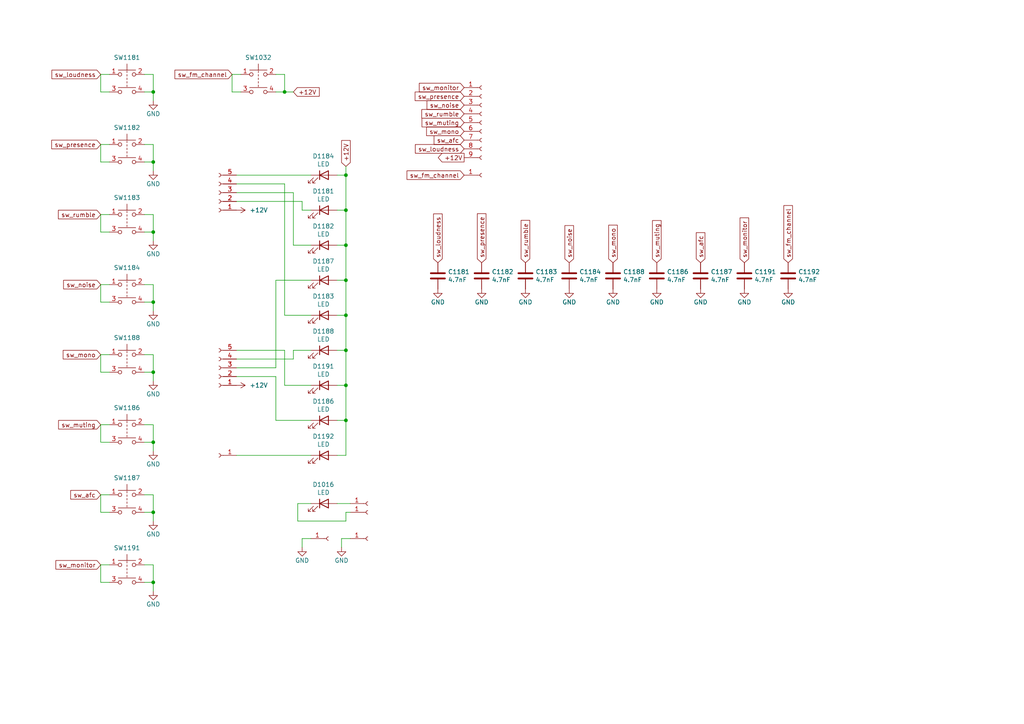
<source format=kicad_sch>
(kicad_sch (version 20211123) (generator eeschema)
  (paper "A4")
  (lib_symbols
    (symbol "Connector:Conn_01x01_Female" (pin_names (offset 1.016) hide)
      (property "Reference" "J" (at 0 2.54 0))
      (property "Value" "Conn_01x01_Female" (at 0 -2.54 0))
      (symbol "Conn_01x01_Female_1_1"
        (polyline (pts (xy -1.27 0) (xy -0.508 0)) (stroke (width 0.1524)))
        (arc (start 0 0.508) (mid -0.508 0) (end 0 -0.508) (stroke (width 0.1524)))
        (pin passive line (at -5.08 0 0) (length 3.81) (name "Pin_1") (number "1"))
      )
    )
    (symbol "Connector:Conn_01x05_Female" (pin_names (offset 1.016) hide)
      (property "Reference" "J" (at 0 7.62 0))
      (property "Value" "Conn_01x05_Female" (at 0 -7.62 0))
      (symbol "Conn_01x05_Female_1_1"
        (arc (start 0 -4.572) (mid -0.508 -5.08) (end 0 -5.588) (stroke (width 0.1524)))
        (arc (start 0 -2.032) (mid -0.508 -2.54) (end 0 -3.048) (stroke (width 0.1524)))
        (polyline (pts (xy -1.27 -5.08) (xy -0.508 -5.08)) (stroke (width 0.1524)))
        (polyline (pts (xy -1.27 -2.54) (xy -0.508 -2.54)) (stroke (width 0.1524)))
        (polyline (pts (xy -1.27 0) (xy -0.508 0)) (stroke (width 0.1524)))
        (polyline (pts (xy -1.27 2.54) (xy -0.508 2.54)) (stroke (width 0.1524)))
        (polyline (pts (xy -1.27 5.08) (xy -0.508 5.08)) (stroke (width 0.1524)))
        (arc (start 0 0.508) (mid -0.508 0) (end 0 -0.508) (stroke (width 0.1524)))
        (arc (start 0 3.048) (mid -0.508 2.54) (end 0 2.032) (stroke (width 0.1524)))
        (arc (start 0 5.588) (mid -0.508 5.08) (end 0 4.572) (stroke (width 0.1524)))
        (pin passive line (at -5.08 5.08 0) (length 3.81) (name "Pin_1") (number "1"))
        (pin passive line (at -5.08 2.54 0) (length 3.81) (name "Pin_2") (number "2"))
        (pin passive line (at -5.08 0 0) (length 3.81) (name "Pin_3") (number "3"))
        (pin passive line (at -5.08 -2.54 0) (length 3.81) (name "Pin_4") (number "4"))
        (pin passive line (at -5.08 -5.08 0) (length 3.81) (name "Pin_5") (number "5"))
      )
    )
    (symbol "Connector:Conn_01x09_Female" (pin_names (offset 1.016) hide)
      (property "Reference" "J" (at 0 12.7 0))
      (property "Value" "Conn_01x09_Female" (at 0 -12.7 0))
      (symbol "Conn_01x09_Female_1_1"
        (arc (start 0 -9.652) (mid -0.508 -10.16) (end 0 -10.668) (stroke (width 0.1524)))
        (arc (start 0 -7.112) (mid -0.508 -7.62) (end 0 -8.128) (stroke (width 0.1524)))
        (arc (start 0 -4.572) (mid -0.508 -5.08) (end 0 -5.588) (stroke (width 0.1524)))
        (arc (start 0 -2.032) (mid -0.508 -2.54) (end 0 -3.048) (stroke (width 0.1524)))
        (polyline (pts (xy -1.27 -10.16) (xy -0.508 -10.16)) (stroke (width 0.1524)))
        (polyline (pts (xy -1.27 -7.62) (xy -0.508 -7.62)) (stroke (width 0.1524)))
        (polyline (pts (xy -1.27 -5.08) (xy -0.508 -5.08)) (stroke (width 0.1524)))
        (polyline (pts (xy -1.27 -2.54) (xy -0.508 -2.54)) (stroke (width 0.1524)))
        (polyline (pts (xy -1.27 0) (xy -0.508 0)) (stroke (width 0.1524)))
        (polyline (pts (xy -1.27 2.54) (xy -0.508 2.54)) (stroke (width 0.1524)))
        (polyline (pts (xy -1.27 5.08) (xy -0.508 5.08)) (stroke (width 0.1524)))
        (polyline (pts (xy -1.27 7.62) (xy -0.508 7.62)) (stroke (width 0.1524)))
        (polyline (pts (xy -1.27 10.16) (xy -0.508 10.16)) (stroke (width 0.1524)))
        (arc (start 0 0.508) (mid -0.508 0) (end 0 -0.508) (stroke (width 0.1524)))
        (arc (start 0 3.048) (mid -0.508 2.54) (end 0 2.032) (stroke (width 0.1524)))
        (arc (start 0 5.588) (mid -0.508 5.08) (end 0 4.572) (stroke (width 0.1524)))
        (arc (start 0 8.128) (mid -0.508 7.62) (end 0 7.112) (stroke (width 0.1524)))
        (arc (start 0 10.668) (mid -0.508 10.16) (end 0 9.652) (stroke (width 0.1524)))
        (pin passive line (at -5.08 10.16 0) (length 3.81) (name "Pin_1") (number "1"))
        (pin passive line (at -5.08 7.62 0) (length 3.81) (name "Pin_2") (number "2"))
        (pin passive line (at -5.08 5.08 0) (length 3.81) (name "Pin_3") (number "3"))
        (pin passive line (at -5.08 2.54 0) (length 3.81) (name "Pin_4") (number "4"))
        (pin passive line (at -5.08 0 0) (length 3.81) (name "Pin_5") (number "5"))
        (pin passive line (at -5.08 -2.54 0) (length 3.81) (name "Pin_6") (number "6"))
        (pin passive line (at -5.08 -5.08 0) (length 3.81) (name "Pin_7") (number "7"))
        (pin passive line (at -5.08 -7.62 0) (length 3.81) (name "Pin_8") (number "8"))
        (pin passive line (at -5.08 -10.16 0) (length 3.81) (name "Pin_9") (number "9"))
      )
    )
    (symbol "Device:C" (pin_numbers hide) (pin_names (offset 0.254))
      (property "Reference" "C" (at 0.635 2.54 0))
      (property "Value" "C" (at 0.635 -2.54 0))
      (symbol "C_0_1"
        (polyline (pts (xy -2.032 -0.762) (xy 2.032 -0.762)) (stroke (width 0.508)))
        (polyline (pts (xy -2.032 0.762) (xy 2.032 0.762)) (stroke (width 0.508)))
      )
      (symbol "C_1_1"
        (pin passive line (at 0 3.81 270) (length 2.794) (name "~") (number "1"))
        (pin passive line (at 0 -3.81 90) (length 2.794) (name "~") (number "2"))
      )
    )
    (symbol "Device:LED" (pin_numbers hide) (pin_names (offset 1.016) hide)
      (property "Reference" "D" (at 0 2.54 0))
      (property "Value" "LED" (at 0 -2.54 0))
      (symbol "LED_0_1"
        (polyline (pts (xy -1.27 -1.27) (xy -1.27 1.27)) (stroke (width 0.254)))
        (polyline (pts (xy -1.27 0) (xy 1.27 0)))
        (polyline (pts (xy 1.27 -1.27) (xy 1.27 1.27) (xy -1.27 0) (xy 1.27 -1.27)) (stroke (width 0.254)))
        (polyline (pts (xy -3.048 -0.762) (xy -4.572 -2.286) (xy -3.81 -2.286) (xy -4.572 -2.286) (xy -4.572 -1.524)))
        (polyline (pts (xy -1.778 -0.762) (xy -3.302 -2.286) (xy -2.54 -2.286) (xy -3.302 -2.286) (xy -3.302 -1.524)))
      )
      (symbol "LED_1_1"
        (pin passive line (at -3.81 0 0) (length 2.54) (name "K") (number "1"))
        (pin passive line (at 3.81 0 180) (length 2.54) (name "A") (number "2"))
      )
    )
    (symbol "Switch:SW_Push_Dual" (pin_names (offset 1.016) hide)
      (property "Reference" "SW" (at 1.27 2.54 0))
      (property "Value" "SW_Push_Dual" (at 0 -6.858 0))
      (symbol "SW_Push_Dual_0_1"
        (circle (center -2.032 -5.08) (radius 0.508))
        (circle (center -2.032 0) (radius 0.508))
        (polyline (pts (xy 0 -3.048) (xy 0 -3.556)))
        (polyline (pts (xy 0 -2.032) (xy 0 -2.54)))
        (polyline (pts (xy 0 -1.524) (xy 0 -1.016)))
        (polyline (pts (xy 0 -0.508) (xy 0 0)))
        (polyline (pts (xy 0 0.508) (xy 0 1.016)))
        (polyline (pts (xy 0 1.27) (xy 0 3.048)))
        (polyline (pts (xy 2.54 -3.81) (xy -2.54 -3.81)))
        (polyline (pts (xy 2.54 1.27) (xy -2.54 1.27)))
        (circle (center 2.032 -5.08) (radius 0.508))
        (circle (center 2.032 0) (radius 0.508))
        (pin passive line (at -5.08 0 0) (length 2.54) (name "1") (number "1"))
        (pin passive line (at 5.08 0 180) (length 2.54) (name "2") (number "2"))
        (pin passive line (at -5.08 -5.08 0) (length 2.54) (name "3") (number "3"))
        (pin passive line (at 5.08 -5.08 180) (length 2.54) (name "4") (number "4"))
      )
    )
    (symbol "power:+12V" (power) (pin_names (offset 0))
      (property "Value" "+12V" (at 0 3.556 0))
      (symbol "+12V_0_1"
        (polyline (pts (xy -0.762 1.27) (xy 0 2.54)))
        (polyline (pts (xy 0 0) (xy 0 2.54)))
        (polyline (pts (xy 0 2.54) (xy 0.762 1.27)))
      )
      (symbol "+12V_1_1"
        (pin power_in line (at 0 0 90) (length 0) hide (name "+12V") (number "1"))
      )
    )
    (symbol "power:GND" (power) (pin_names (offset 0))
      (property "Value" "GND" (at 0 -3.81 0))
      (symbol "GND_0_1"
        (polyline (pts (xy 0 0) (xy 0 -1.27) (xy 1.27 -1.27) (xy 0 -2.54) (xy -1.27 -1.27) (xy 0 -1.27)))
      )
      (symbol "GND_1_1"
        (pin power_in line (at 0 0 270) (length 0) hide (name "GND") (number "1"))
      )
    )
  )
  (junction (at 44.45 148.59))
  (junction (at 100.33 60.96))
  (junction (at 100.33 71.12))
  (junction (at 100.33 111.76))
  (junction (at 44.45 46.99))
  (junction (at 82.55 26.67))
  (junction (at 44.45 67.31))
  (junction (at 44.45 107.95))
  (junction (at 100.33 121.92))
  (junction (at 44.45 87.63))
  (junction (at 100.33 50.8))
  (junction (at 100.33 91.44))
  (junction (at 100.33 101.6))
  (junction (at 44.45 168.91))
  (junction (at 100.33 81.28))
  (junction (at 44.45 128.27))
  (junction (at 44.45 26.67))
  (wire (pts (xy 29.21 41.91) (xy 29.21 46.99)))
  (wire (pts (xy 44.45 168.91) (xy 41.91 168.91)))
  (wire (pts (xy 44.45 148.59) (xy 41.91 148.59)))
  (wire (pts (xy 29.21 82.55) (xy 29.21 87.63)))
  (wire (pts (xy 41.91 21.59) (xy 44.45 21.59)))
  (wire (pts (xy 31.75 143.51) (xy 29.21 143.51)))
  (wire (pts (xy 97.79 146.05) (xy 101.6 146.05)))
  (wire (pts (xy 90.17 50.8) (xy 68.58 50.8)))
  (wire (pts (xy 31.75 82.55) (xy 29.21 82.55)))
  (wire (pts (xy 85.09 71.12) (xy 90.17 71.12)))
  (wire (pts (xy 97.79 71.12) (xy 100.33 71.12)))
  (wire (pts (xy 44.45 49.53) (xy 44.45 46.99)))
  (wire (pts (xy 85.09 101.6) (xy 90.17 101.6)))
  (wire (pts (xy 100.33 121.92) (xy 100.33 132.08)))
  (wire (pts (xy 82.55 26.67) (xy 80.01 26.67)))
  (wire (pts (xy 82.55 53.34) (xy 82.55 91.44)))
  (wire (pts (xy 44.45 21.59) (xy 44.45 26.67)))
  (wire (pts (xy 100.33 81.28) (xy 100.33 91.44)))
  (wire (pts (xy 44.45 87.63) (xy 41.91 87.63)))
  (wire (pts (xy 44.45 62.23) (xy 44.45 67.31)))
  (wire (pts (xy 41.91 41.91) (xy 44.45 41.91)))
  (wire (pts (xy 100.33 60.96) (xy 100.33 71.12)))
  (wire (pts (xy 85.09 55.88) (xy 85.09 71.12)))
  (wire (pts (xy 82.55 21.59) (xy 82.55 26.67)))
  (wire (pts (xy 100.33 151.13) (xy 100.33 148.59)))
  (wire (pts (xy 29.21 67.31) (xy 31.75 67.31)))
  (wire (pts (xy 29.21 123.19) (xy 29.21 128.27)))
  (wire (pts (xy 41.91 62.23) (xy 44.45 62.23)))
  (wire (pts (xy 31.75 102.87) (xy 29.21 102.87)))
  (wire (pts (xy 44.45 107.95) (xy 41.91 107.95)))
  (wire (pts (xy 90.17 132.08) (xy 68.58 132.08)))
  (wire (pts (xy 68.58 58.42) (xy 87.63 58.42)))
  (wire (pts (xy 87.63 60.96) (xy 90.17 60.96)))
  (wire (pts (xy 90.17 146.05) (xy 86.36 146.05)))
  (wire (pts (xy 41.91 123.19) (xy 44.45 123.19)))
  (wire (pts (xy 80.01 121.92) (xy 90.17 121.92)))
  (wire (pts (xy 44.45 67.31) (xy 41.91 67.31)))
  (wire (pts (xy 44.45 29.21) (xy 44.45 26.67)))
  (wire (pts (xy 90.17 156.21) (xy 87.63 156.21)))
  (wire (pts (xy 68.58 109.22) (xy 80.01 109.22)))
  (wire (pts (xy 87.63 58.42) (xy 87.63 60.96)))
  (wire (pts (xy 29.21 102.87) (xy 29.21 107.95)))
  (wire (pts (xy 44.45 41.91) (xy 44.45 46.99)))
  (wire (pts (xy 80.01 21.59) (xy 82.55 21.59)))
  (wire (pts (xy 100.33 111.76) (xy 100.33 121.92)))
  (wire (pts (xy 100.33 71.12) (xy 100.33 81.28)))
  (wire (pts (xy 100.33 148.59) (xy 101.6 148.59)))
  (wire (pts (xy 80.01 106.68) (xy 80.01 81.28)))
  (wire (pts (xy 44.45 82.55) (xy 44.45 87.63)))
  (wire (pts (xy 85.09 104.14) (xy 85.09 101.6)))
  (wire (pts (xy 44.45 143.51) (xy 44.45 148.59)))
  (wire (pts (xy 31.75 163.83) (xy 29.21 163.83)))
  (wire (pts (xy 69.85 21.59) (xy 67.31 21.59)))
  (wire (pts (xy 82.55 111.76) (xy 90.17 111.76)))
  (wire (pts (xy 44.45 110.49) (xy 44.45 107.95)))
  (wire (pts (xy 44.45 90.17) (xy 44.45 87.63)))
  (wire (pts (xy 68.58 104.14) (xy 85.09 104.14)))
  (wire (pts (xy 101.6 156.21) (xy 99.06 156.21)))
  (wire (pts (xy 41.91 163.83) (xy 44.45 163.83)))
  (wire (pts (xy 67.31 21.59) (xy 67.31 26.67)))
  (wire (pts (xy 97.79 60.96) (xy 100.33 60.96)))
  (wire (pts (xy 29.21 46.99) (xy 31.75 46.99)))
  (wire (pts (xy 67.31 26.67) (xy 69.85 26.67)))
  (wire (pts (xy 31.75 41.91) (xy 29.21 41.91)))
  (wire (pts (xy 29.21 87.63) (xy 31.75 87.63)))
  (wire (pts (xy 31.75 21.59) (xy 29.21 21.59)))
  (wire (pts (xy 29.21 148.59) (xy 31.75 148.59)))
  (wire (pts (xy 100.33 132.08) (xy 97.79 132.08)))
  (wire (pts (xy 44.45 171.45) (xy 44.45 168.91)))
  (wire (pts (xy 41.91 82.55) (xy 44.45 82.55)))
  (wire (pts (xy 80.01 81.28) (xy 90.17 81.28)))
  (wire (pts (xy 29.21 128.27) (xy 31.75 128.27)))
  (wire (pts (xy 68.58 55.88) (xy 85.09 55.88)))
  (wire (pts (xy 29.21 21.59) (xy 29.21 26.67)))
  (wire (pts (xy 44.45 163.83) (xy 44.45 168.91)))
  (wire (pts (xy 97.79 91.44) (xy 100.33 91.44)))
  (wire (pts (xy 100.33 101.6) (xy 100.33 111.76)))
  (wire (pts (xy 100.33 48.26) (xy 100.33 50.8)))
  (wire (pts (xy 29.21 107.95) (xy 31.75 107.95)))
  (wire (pts (xy 29.21 143.51) (xy 29.21 148.59)))
  (wire (pts (xy 82.55 91.44) (xy 90.17 91.44)))
  (wire (pts (xy 29.21 163.83) (xy 29.21 168.91)))
  (wire (pts (xy 87.63 156.21) (xy 87.63 158.75)))
  (wire (pts (xy 44.45 123.19) (xy 44.45 128.27)))
  (wire (pts (xy 85.09 26.67) (xy 82.55 26.67)))
  (wire (pts (xy 86.36 151.13) (xy 100.33 151.13)))
  (wire (pts (xy 100.33 91.44) (xy 100.33 101.6)))
  (wire (pts (xy 68.58 53.34) (xy 82.55 53.34)))
  (wire (pts (xy 68.58 106.68) (xy 80.01 106.68)))
  (wire (pts (xy 86.36 146.05) (xy 86.36 151.13)))
  (wire (pts (xy 44.45 128.27) (xy 41.91 128.27)))
  (wire (pts (xy 68.58 101.6) (xy 82.55 101.6)))
  (wire (pts (xy 41.91 102.87) (xy 44.45 102.87)))
  (wire (pts (xy 44.45 130.81) (xy 44.45 128.27)))
  (wire (pts (xy 29.21 26.67) (xy 31.75 26.67)))
  (wire (pts (xy 44.45 46.99) (xy 41.91 46.99)))
  (wire (pts (xy 29.21 62.23) (xy 29.21 67.31)))
  (wire (pts (xy 97.79 101.6) (xy 100.33 101.6)))
  (wire (pts (xy 80.01 109.22) (xy 80.01 121.92)))
  (wire (pts (xy 100.33 50.8) (xy 100.33 60.96)))
  (wire (pts (xy 44.45 69.85) (xy 44.45 67.31)))
  (wire (pts (xy 41.91 143.51) (xy 44.45 143.51)))
  (wire (pts (xy 99.06 156.21) (xy 99.06 158.75)))
  (wire (pts (xy 29.21 168.91) (xy 31.75 168.91)))
  (wire (pts (xy 97.79 111.76) (xy 100.33 111.76)))
  (wire (pts (xy 97.79 81.28) (xy 100.33 81.28)))
  (wire (pts (xy 44.45 102.87) (xy 44.45 107.95)))
  (wire (pts (xy 97.79 50.8) (xy 100.33 50.8)))
  (wire (pts (xy 97.79 121.92) (xy 100.33 121.92)))
  (wire (pts (xy 31.75 62.23) (xy 29.21 62.23)))
  (wire (pts (xy 44.45 151.13) (xy 44.45 148.59)))
  (wire (pts (xy 82.55 101.6) (xy 82.55 111.76)))
  (wire (pts (xy 31.75 123.19) (xy 29.21 123.19)))
  (wire (pts (xy 44.45 26.67) (xy 41.91 26.67)))
  (global_label "+12V" (shape input) (at 85.09 26.67 0) (property "Intersheet References" "${INTERSHEET_REFS}" (effects hide)))
  (global_label "sw_muting" (shape input) (at 134.62 35.56 180) (property "Intersheet References" "${INTERSHEET_REFS}" (effects hide)))
  (global_label "sw_monitor" (shape input) (at 215.9 76.2 90) (property "Intersheet References" "${INTERSHEET_REFS}" (effects hide)))
  (global_label "sw_afc" (shape input) (at 134.62 40.64 180) (property "Intersheet References" "${INTERSHEET_REFS}" (effects hide)))
  (global_label "sw_monitor" (shape input) (at 29.21 163.83 180) (property "Intersheet References" "${INTERSHEET_REFS}" (effects hide)))
  (global_label "sw_presence" (shape input) (at 29.21 41.91 180) (property "Intersheet References" "${INTERSHEET_REFS}" (effects hide)))
  (global_label "sw_loudness" (shape input) (at 29.21 21.59 180) (property "Intersheet References" "${INTERSHEET_REFS}" (effects hide)))
  (global_label "sw_fm_channel" (shape input) (at 228.6 76.2 90) (property "Intersheet References" "${INTERSHEET_REFS}" (effects hide)))
  (global_label "sw_afc" (shape input) (at 203.2 76.2 90) (property "Intersheet References" "${INTERSHEET_REFS}" (effects hide)))
  (global_label "sw_fm_channel" (shape input) (at 67.31 21.59 180) (property "Intersheet References" "${INTERSHEET_REFS}" (effects hide)))
  (global_label "sw_presence" (shape input) (at 134.62 27.94 180) (property "Intersheet References" "${INTERSHEET_REFS}" (effects hide)))
  (global_label "sw_noise" (shape input) (at 165.1 76.2 90) (property "Intersheet References" "${INTERSHEET_REFS}" (effects hide)))
  (global_label "sw_loudness" (shape input) (at 134.62 43.18 180) (property "Intersheet References" "${INTERSHEET_REFS}" (effects hide)))
  (global_label "sw_mono" (shape input) (at 134.62 38.1 180) (property "Intersheet References" "${INTERSHEET_REFS}" (effects hide)))
  (global_label "sw_muting" (shape input) (at 190.5 76.2 90) (property "Intersheet References" "${INTERSHEET_REFS}" (effects hide)))
  (global_label "+12V" (shape input) (at 100.33 48.26 90) (property "Intersheet References" "${INTERSHEET_REFS}" (effects hide)))
  (global_label "sw_noise" (shape input) (at 29.21 82.55 180) (property "Intersheet References" "${INTERSHEET_REFS}" (effects hide)))
  (global_label "sw_rumble" (shape input) (at 134.62 33.02 180) (property "Intersheet References" "${INTERSHEET_REFS}" (effects hide)))
  (global_label "sw_presence" (shape input) (at 139.7 76.2 90) (property "Intersheet References" "${INTERSHEET_REFS}" (effects hide)))
  (global_label "sw_rumble" (shape input) (at 29.21 62.23 180) (property "Intersheet References" "${INTERSHEET_REFS}" (effects hide)))
  (global_label "sw_mono" (shape input) (at 177.8 76.2 90) (property "Intersheet References" "${INTERSHEET_REFS}" (effects hide)))
  (global_label "sw_monitor" (shape input) (at 134.62 25.4 180) (property "Intersheet References" "${INTERSHEET_REFS}" (effects hide)))
  (global_label "sw_rumble" (shape input) (at 152.4 76.2 90) (property "Intersheet References" "${INTERSHEET_REFS}" (effects hide)))
  (global_label "sw_noise" (shape input) (at 134.62 30.48 180) (property "Intersheet References" "${INTERSHEET_REFS}" (effects hide)))
  (global_label "sw_mono" (shape input) (at 29.21 102.87 180) (property "Intersheet References" "${INTERSHEET_REFS}" (effects hide)))
  (global_label "sw_loudness" (shape input) (at 127 76.2 90) (property "Intersheet References" "${INTERSHEET_REFS}" (effects hide)))
  (global_label "sw_muting" (shape input) (at 29.21 123.19 180) (property "Intersheet References" "${INTERSHEET_REFS}" (effects hide)))
  (global_label "sw_fm_channel" (shape input) (at 134.62 50.8 180) (property "Intersheet References" "${INTERSHEET_REFS}" (effects hide)))
  (global_label "sw_afc" (shape input) (at 29.21 143.51 180) (property "Intersheet References" "${INTERSHEET_REFS}" (effects hide)))
  (global_label "+12V" (shape output) (at 134.62 45.72 180) (property "Intersheet References" "${INTERSHEET_REFS}" (effects hide)))
  (symbol (lib_id "Device:LED") (at 93.98 50.8 0) (unit 1)
    (property "Reference" "D1184" (at 93.8022 45.2882 0))
    (property "Value" "LED" (at 93.8022 47.5996 0))
    (property "Footprint" "LEDs:LED_D3.0mm" (effects hide))
  )
  (symbol (lib_id "Device:LED") (at 93.98 146.05 0) (unit 1)
    (property "Reference" "D1016" (at 93.8022 140.5382 0))
    (property "Value" "LED" (at 93.8022 142.8496 0))
    (property "Footprint" "LEDs:LED_D5.0mm" (effects hide))
  )
  (symbol (lib_id "Device:LED") (at 93.98 60.96 0) (unit 1)
    (property "Reference" "D1181" (at 93.8022 55.4482 0))
    (property "Value" "LED" (at 93.8022 57.7596 0))
    (property "Footprint" "LEDs:LED_D3.0mm" (effects hide))
  )
  (symbol (lib_id "Device:LED") (at 93.98 71.12 0) (unit 1)
    (property "Reference" "D1182" (at 93.8022 65.6082 0))
    (property "Value" "LED" (at 93.8022 67.9196 0))
    (property "Footprint" "LEDs:LED_D3.0mm" (effects hide))
  )
  (symbol (lib_id "Device:LED") (at 93.98 81.28 0) (unit 1)
    (property "Reference" "D1187" (at 93.8022 75.7682 0))
    (property "Value" "LED" (at 93.8022 78.0796 0))
    (property "Footprint" "LEDs:LED_D3.0mm" (effects hide))
  )
  (symbol (lib_id "Device:LED") (at 93.98 91.44 0) (unit 1)
    (property "Reference" "D1183" (at 93.8022 85.9282 0))
    (property "Value" "LED" (at 93.8022 88.2396 0))
    (property "Footprint" "LEDs:LED_D3.0mm" (effects hide))
  )
  (symbol (lib_id "Device:LED") (at 93.98 101.6 0) (unit 1)
    (property "Reference" "D1188" (at 93.8022 96.0882 0))
    (property "Value" "LED" (at 93.8022 98.3996 0))
    (property "Footprint" "LEDs:LED_D3.0mm" (effects hide))
  )
  (symbol (lib_id "Device:LED") (at 93.98 111.76 0) (unit 1)
    (property "Reference" "D1191" (at 93.8022 106.2482 0))
    (property "Value" "LED" (at 93.8022 108.5596 0))
    (property "Footprint" "LEDs:LED_D3.0mm" (effects hide))
  )
  (symbol (lib_id "Device:LED") (at 93.98 121.92 0) (unit 1)
    (property "Reference" "D1186" (at 93.8022 116.4082 0))
    (property "Value" "LED" (at 93.8022 118.7196 0))
    (property "Footprint" "LEDs:LED_D3.0mm" (effects hide))
  )
  (symbol (lib_id "Device:LED") (at 93.98 132.08 0) (unit 1)
    (property "Reference" "D1192" (at 93.8022 126.5682 0))
    (property "Value" "LED" (at 93.8022 128.8796 0))
    (property "Footprint" "LEDs:LED_D3.0mm" (effects hide))
  )
  (symbol (lib_id "Switch:SW_Push_Dual") (at 36.83 21.59 0) (unit 1)
    (property "Reference" "SW1181" (at 36.83 16.6878 0))
    (property "Value" "SW_Push_Dual" (effects hide))
    (property "Footprint" "Tipp-Tasten-Modul:SW_PUSH_DPDT" (effects hide))
  )
  (symbol (lib_id "Switch:SW_Push_Dual") (at 36.83 41.91 0) (unit 1)
    (property "Reference" "SW1182" (at 36.83 37.0078 0))
    (property "Value" "SW_Push_Dual" (effects hide))
    (property "Footprint" "Tipp-Tasten-Modul:SW_PUSH_DPDT" (effects hide))
  )
  (symbol (lib_id "Switch:SW_Push_Dual") (at 36.83 62.23 0) (unit 1)
    (property "Reference" "SW1183" (at 36.83 57.3278 0))
    (property "Value" "SW_Push_Dual" (effects hide))
    (property "Footprint" "Tipp-Tasten-Modul:SW_PUSH_DPDT" (effects hide))
  )
  (symbol (lib_id "Switch:SW_Push_Dual") (at 36.83 82.55 0) (unit 1)
    (property "Reference" "SW1184" (at 36.83 77.6478 0))
    (property "Value" "SW_Push_Dual" (effects hide))
    (property "Footprint" "Tipp-Tasten-Modul:SW_PUSH_DPDT" (effects hide))
  )
  (symbol (lib_id "Switch:SW_Push_Dual") (at 36.83 102.87 0) (unit 1)
    (property "Reference" "SW1188" (at 36.83 97.9678 0))
    (property "Value" "SW_Push_Dual" (effects hide))
    (property "Footprint" "Tipp-Tasten-Modul:SW_PUSH_DPDT" (effects hide))
  )
  (symbol (lib_id "Switch:SW_Push_Dual") (at 36.83 123.19 0) (unit 1)
    (property "Reference" "SW1186" (at 36.83 118.2878 0))
    (property "Value" "SW_Push_Dual" (effects hide))
    (property "Footprint" "Tipp-Tasten-Modul:SW_PUSH_DPDT" (effects hide))
  )
  (symbol (lib_id "Switch:SW_Push_Dual") (at 36.83 143.51 0) (unit 1)
    (property "Reference" "SW1187" (at 36.83 138.6078 0))
    (property "Value" "SW_Push_Dual" (effects hide))
    (property "Footprint" "Tipp-Tasten-Modul:SW_PUSH_DPDT" (effects hide))
  )
  (symbol (lib_id "Switch:SW_Push_Dual") (at 36.83 163.83 0) (unit 1)
    (property "Reference" "SW1191" (at 36.83 158.9278 0))
    (property "Value" "SW_Push_Dual" (effects hide))
    (property "Footprint" "Tipp-Tasten-Modul:SW_PUSH_DPDT" (effects hide))
  )
  (symbol (lib_id "Switch:SW_Push_Dual") (at 74.93 21.59 0) (unit 1)
    (property "Reference" "SW1032" (at 74.93 16.6878 0))
    (property "Value" "SW_Push_Dual" (effects hide))
    (property "Footprint" "saba_924x_tipp-tasten-modul:saba_92xx_push_button" (effects hide))
  )
  (symbol (lib_id "Connector:Conn_01x09_Female") (at 139.7 35.56 0) (unit 1)
    (property "Reference" "J1" (effects hide))
    (property "Value" "Conn_01x09_Female" (effects hide))
    (property "Footprint" "Tipp-Tasten-Modul:SolderWirePad_09_2.54mm" (effects hide))
  )
  (symbol (lib_id "Connector:Conn_01x05_Female") (at 63.5 106.68 180) (unit 1)
    (property "Reference" "J2" (effects hide))
    (property "Value" "Conn_01x05_Female" (effects hide))
    (property "Footprint" "Tipp-Tasten-Modul:SolderWirePad_05_2.54mm" (effects hide))
  )
  (symbol (lib_id "Connector:Conn_01x05_Female") (at 63.5 55.88 180) (unit 1)
    (property "Reference" "J3" (effects hide))
    (property "Value" "Conn_01x05_Female" (effects hide))
    (property "Footprint" "Tipp-Tasten-Modul:SolderWirePad_05_2.54mm" (effects hide))
  )
  (symbol (lib_id "power:+12V") (at 68.58 111.76 270) (unit 1)
    (property "Reference" "#PWR0102" (effects hide))
    (property "Value" "+12V" (at 72.39 111.76 90) (effects (justify left)))
  )
  (symbol (lib_id "power:+12V") (at 68.58 60.96 270) (unit 1)
    (property "Reference" "#PWR0103" (effects hide))
    (property "Value" "+12V" (at 72.39 60.96 90) (effects (justify left)))
  )
  (symbol (lib_id "power:GND") (at 87.63 158.75 0) (unit 1)
    (property "Reference" "#PWR0105" (effects hide))
    (property "Value" "GND" (at 87.63 162.56 0))
  )
  (symbol (lib_id "Connector:Conn_01x01_Female") (at 95.25 156.21 0) (unit 1)
    (property "Reference" "J6" (effects hide))
    (property "Value" "Conn_01x01_Female" (effects hide))
    (property "Footprint" "Wire_Pads:SolderWirePad_single_1-5mmDrill" (effects hide))
  )
  (symbol (lib_id "power:GND") (at 44.45 110.49 0) (unit 1)
    (property "Reference" "#PWR0106" (effects hide))
    (property "Value" "GND" (at 44.45 114.3 0))
  )
  (symbol (lib_id "Connector:Conn_01x01_Female") (at 106.68 156.21 0) (unit 1)
    (property "Reference" "J9" (effects hide))
    (property "Value" "Conn_01x01_Female" (effects hide))
    (property "Footprint" "Wire_Pads:SolderWirePad_single_1-5mmDrill" (effects hide))
  )
  (symbol (lib_id "power:GND") (at 99.06 158.75 0) (unit 1)
    (property "Reference" "#PWR0108" (effects hide))
    (property "Value" "GND" (at 99.06 162.56 0))
  )
  (symbol (lib_id "Connector:Conn_01x01_Female") (at 63.5 132.08 180) (unit 1)
    (property "Reference" "J8" (effects hide))
    (property "Value" "Conn_01x01_Female" (effects hide))
    (property "Footprint" "Wire_Pads:SolderWirePad_single_1-5mmDrill" (effects hide))
  )
  (symbol (lib_id "power:GND") (at 44.45 90.17 0) (unit 1)
    (property "Reference" "#PWR0107" (effects hide))
    (property "Value" "GND" (at 44.45 93.98 0))
  )
  (symbol (lib_id "power:GND") (at 44.45 69.85 0) (unit 1)
    (property "Reference" "#PWR0127" (effects hide))
    (property "Value" "GND" (at 44.45 73.66 0))
  )
  (symbol (lib_id "power:GND") (at 44.45 49.53 0) (unit 1)
    (property "Reference" "#PWR0128" (effects hide))
    (property "Value" "GND" (at 44.45 53.34 0))
  )
  (symbol (lib_id "power:GND") (at 44.45 29.21 0) (unit 1)
    (property "Reference" "#PWR0129" (effects hide))
    (property "Value" "GND" (at 44.45 33.02 0))
  )
  (symbol (lib_id "power:GND") (at 44.45 130.81 0) (unit 1)
    (property "Reference" "#PWR0130" (effects hide))
    (property "Value" "GND" (at 44.45 134.62 0))
  )
  (symbol (lib_id "power:GND") (at 44.45 151.13 0) (unit 1)
    (property "Reference" "#PWR0131" (effects hide))
    (property "Value" "GND" (at 44.45 154.94 0))
  )
  (symbol (lib_id "power:GND") (at 44.45 171.45 0) (unit 1)
    (property "Reference" "#PWR0132" (effects hide))
    (property "Value" "GND" (at 44.45 175.26 0))
  )
  (symbol (lib_id "Connector:Conn_01x01_Female") (at 106.68 146.05 0) (unit 1)
    (property "Reference" "J5" (effects hide))
    (property "Value" "Conn_01x01_Female" (effects hide))
    (property "Footprint" "Wire_Pads:SolderWirePad_single_1-5mmDrill" (effects hide))
  )
  (symbol (lib_id "Connector:Conn_01x01_Female") (at 106.68 148.59 0) (unit 1)
    (property "Reference" "J10" (effects hide))
    (property "Value" "Conn_01x01_Female" (effects hide))
    (property "Footprint" "Wire_Pads:SolderWirePad_single_1-5mmDrill" (effects hide))
  )
  (symbol (lib_id "Connector:Conn_01x01_Female") (at 139.7 50.8 0) (unit 1)
    (property "Reference" "J4" (effects hide))
    (property "Value" "Conn_01x01_Female" (effects hide))
    (property "Footprint" "Wire_Pads:SolderWirePad_single_1-5mmDrill" (effects hide))
  )
  (symbol (lib_id "Device:C") (at 127 80.01 0) (unit 1)
    (property "Reference" "C1181" (at 129.921 78.8416 0) (effects (justify left)))
    (property "Value" "4.7nF" (at 129.921 81.153 0) (effects (justify left)))
    (property "Footprint" "Capacitors_THT:C_Disc_D5.0mm_W2.5mm_P5.00mm" (effects hide))
  )
  (symbol (lib_id "Device:C") (at 139.7 80.01 0) (unit 1)
    (property "Reference" "C1182" (at 142.621 78.8416 0) (effects (justify left)))
    (property "Value" "4.7nF" (at 142.621 81.153 0) (effects (justify left)))
    (property "Footprint" "Capacitors_THT:C_Disc_D5.0mm_W2.5mm_P5.00mm" (effects hide))
  )
  (symbol (lib_id "Device:C") (at 152.4 80.01 0) (unit 1)
    (property "Reference" "C1183" (at 155.321 78.8416 0) (effects (justify left)))
    (property "Value" "4.7nF" (at 155.321 81.153 0) (effects (justify left)))
    (property "Footprint" "Capacitors_THT:C_Disc_D5.0mm_W2.5mm_P5.00mm" (effects hide))
  )
  (symbol (lib_id "Device:C") (at 165.1 80.01 0) (unit 1)
    (property "Reference" "C1184" (at 168.021 78.8416 0) (effects (justify left)))
    (property "Value" "4.7nF" (at 168.021 81.153 0) (effects (justify left)))
    (property "Footprint" "Capacitors_THT:C_Disc_D5.0mm_W2.5mm_P5.00mm" (effects hide))
  )
  (symbol (lib_id "Device:C") (at 177.8 80.01 0) (unit 1)
    (property "Reference" "C1188" (at 180.721 78.8416 0) (effects (justify left)))
    (property "Value" "4.7nF" (at 180.721 81.153 0) (effects (justify left)))
    (property "Footprint" "Capacitors_THT:C_Disc_D5.0mm_W2.5mm_P5.00mm" (effects hide))
  )
  (symbol (lib_id "Device:C") (at 190.5 80.01 0) (unit 1)
    (property "Reference" "C1186" (at 193.421 78.8416 0) (effects (justify left)))
    (property "Value" "4.7nF" (at 193.421 81.153 0) (effects (justify left)))
    (property "Footprint" "Capacitors_THT:C_Disc_D5.0mm_W2.5mm_P5.00mm" (effects hide))
  )
  (symbol (lib_id "Device:C") (at 203.2 80.01 0) (unit 1)
    (property "Reference" "C1187" (at 206.121 78.8416 0) (effects (justify left)))
    (property "Value" "4.7nF" (at 206.121 81.153 0) (effects (justify left)))
    (property "Footprint" "Capacitors_THT:C_Disc_D5.0mm_W2.5mm_P5.00mm" (effects hide))
  )
  (symbol (lib_id "Device:C") (at 215.9 80.01 0) (unit 1)
    (property "Reference" "C1191" (at 218.821 78.8416 0) (effects (justify left)))
    (property "Value" "4.7nF" (at 218.821 81.153 0) (effects (justify left)))
    (property "Footprint" "Capacitors_THT:C_Disc_D5.0mm_W2.5mm_P5.00mm" (effects hide))
  )
  (symbol (lib_id "Device:C") (at 228.6 80.01 0) (unit 1)
    (property "Reference" "C1192" (at 231.521 78.8416 0) (effects (justify left)))
    (property "Value" "4.7nF" (at 231.521 81.153 0) (effects (justify left)))
    (property "Footprint" "Capacitors_THT:C_Disc_D5.0mm_W2.5mm_P5.00mm" (effects hide))
  )
  (symbol (lib_id "power:GND") (at 127 83.82 0) (unit 1)
    (property "Reference" "#PWR?" (effects hide))
    (property "Value" "GND" (at 127 87.63 0))
  )
  (symbol (lib_id "power:GND") (at 139.7 83.82 0) (unit 1)
    (property "Reference" "#PWR?" (effects hide))
    (property "Value" "GND" (at 139.7 87.63 0))
  )
  (symbol (lib_id "power:GND") (at 152.4 83.82 0) (unit 1)
    (property "Reference" "#PWR?" (effects hide))
    (property "Value" "GND" (at 152.4 87.63 0))
  )
  (symbol (lib_id "power:GND") (at 165.1 83.82 0) (unit 1)
    (property "Reference" "#PWR?" (effects hide))
    (property "Value" "GND" (at 165.1 87.63 0))
  )
  (symbol (lib_id "power:GND") (at 177.8 83.82 0) (unit 1)
    (property "Reference" "#PWR?" (effects hide))
    (property "Value" "GND" (at 177.8 87.63 0))
  )
  (symbol (lib_id "power:GND") (at 190.5 83.82 0) (unit 1)
    (property "Reference" "#PWR?" (effects hide))
    (property "Value" "GND" (at 190.5 87.63 0))
  )
  (symbol (lib_id "power:GND") (at 203.2 83.82 0) (unit 1)
    (property "Reference" "#PWR?" (effects hide))
    (property "Value" "GND" (at 203.2 87.63 0))
  )
  (symbol (lib_id "power:GND") (at 215.9 83.82 0) (unit 1)
    (property "Reference" "#PWR?" (effects hide))
    (property "Value" "GND" (at 215.9 87.63 0))
  )
  (symbol (lib_id "power:GND") (at 228.6 83.82 0) (unit 1)
    (property "Reference" "#PWR?" (effects hide))
    (property "Value" "GND" (at 228.6 87.63 0))
  )
)
</source>
